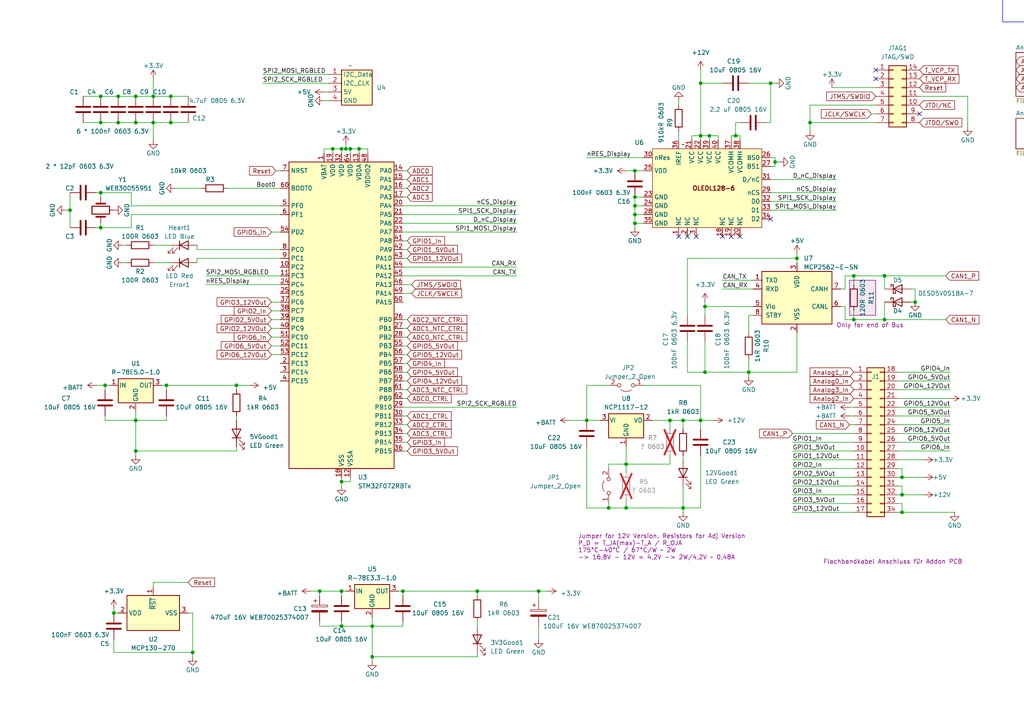
<source format=kicad_sch>
(kicad_sch (version 20230121) (generator eeschema)
  (paper "A4")
  (junction (at 44.45 35.56))
  (junction (at 184.15 64.77))
  (junction (at 231.14 74.93))
  (junction (at 256.54 80.01))
  (junction (at 92.71 171.45))
  (junction (at 49.53 35.56))
  (junction (at 116.84 171.45))
  (junction (at 29.21 55.88))
  (junction (at 39.37 35.56))
  (junction (at 29.21 35.56))
  (junction (at 101.6 43.18))
  (junction (at 30.48 111.76))
  (junction (at 39.37 130.81))
  (junction (at 99.06 181.61))
  (junction (at 107.95 190.5))
  (junction (at 203.2 39.37))
  (junction (at 39.37 121.92))
  (junction (at 20.32 60.96))
  (junction (at 223.52 24.13))
  (junction (at 247.65 80.01))
  (junction (at 204.47 88.9))
  (junction (at 204.47 107.95))
  (junction (at 33.02 177.8))
  (junction (at 217.17 107.95))
  (junction (at 44.45 27.94))
  (junction (at 194.31 121.92))
  (junction (at 34.29 35.56))
  (junction (at 205.74 39.37))
  (junction (at 234.95 35.56))
  (junction (at 176.53 147.32))
  (junction (at 170.18 121.92))
  (junction (at 213.36 39.37))
  (junction (at 99.06 171.45))
  (junction (at 203.2 121.92))
  (junction (at 29.21 66.04))
  (junction (at 265.43 87.63))
  (junction (at 104.14 43.18))
  (junction (at 256.54 92.71))
  (junction (at 55.88 189.23))
  (junction (at 48.26 111.76))
  (junction (at 96.52 43.18))
  (junction (at 184.15 59.69))
  (junction (at 261.62 148.59))
  (junction (at 203.2 24.13))
  (junction (at 100.33 43.18))
  (junction (at 261.62 138.43))
  (junction (at 181.61 134.62))
  (junction (at 224.79 46.99))
  (junction (at 156.21 171.45))
  (junction (at 107.95 181.61))
  (junction (at 184.15 62.23))
  (junction (at 34.29 27.94))
  (junction (at 184.15 57.15))
  (junction (at 261.62 143.51))
  (junction (at 29.21 27.94))
  (junction (at 198.12 121.92))
  (junction (at 49.53 27.94))
  (junction (at 39.37 27.94))
  (junction (at 68.58 111.76))
  (junction (at 198.12 147.32))
  (junction (at 247.65 92.71))
  (junction (at 181.61 147.32))
  (junction (at 99.06 139.7))
  (junction (at 184.15 49.53))
  (junction (at 99.06 43.18))
  (junction (at 138.43 171.45))
  (no_connect (at 223.52 63.5))
  (no_connect (at 209.55 68.58))
  (no_connect (at 196.85 68.58))
  (no_connect (at 266.7 33.02))
  (no_connect (at 212.09 68.58))
  (no_connect (at 201.93 68.58))
  (no_connect (at 214.63 68.58))
  (no_connect (at 199.39 68.58))
  (no_connect (at 254 20.32))
  (no_connect (at 254 22.86))
  (wire (pts (xy 92.71 171.45) (xy 99.06 171.45)))
  (wire (pts (xy 260.35 115.57) (xy 275.59 115.57)))
  (wire (pts (xy 184.15 59.69) (xy 184.15 62.23)))
  (wire (pts (xy 116.84 62.23) (xy 149.86 62.23)))
  (wire (pts (xy 170.18 111.76) (xy 170.18 121.92)))
  (wire (pts (xy 204.47 88.9) (xy 218.44 88.9)))
  (wire (pts (xy 156.21 173.99) (xy 156.21 171.45)))
  (wire (pts (xy 92.71 171.45) (xy 92.71 172.72)))
  (wire (pts (xy 241.3 25.4) (xy 254 25.4)))
  (wire (pts (xy 118.11 107.95) (xy 116.84 107.95)))
  (wire (pts (xy 118.11 97.79) (xy 116.84 97.79)))
  (wire (pts (xy 198.12 121.92) (xy 198.12 124.46)))
  (wire (pts (xy 39.37 130.81) (xy 68.58 130.81)))
  (wire (pts (xy 170.18 147.32) (xy 176.53 147.32)))
  (wire (pts (xy 95.25 29.21) (xy 93.98 29.21)))
  (wire (pts (xy 204.47 107.95) (xy 217.17 107.95)))
  (wire (pts (xy 30.48 111.76) (xy 31.75 111.76)))
  (wire (pts (xy 49.53 76.2) (xy 44.45 76.2)))
  (wire (pts (xy 116.84 171.45) (xy 115.57 171.45)))
  (wire (pts (xy 118.11 130.81) (xy 116.84 130.81)))
  (wire (pts (xy 34.29 27.94) (xy 39.37 27.94)))
  (wire (pts (xy 35.56 76.2) (xy 36.83 76.2)))
  (wire (pts (xy 44.45 71.12) (xy 49.53 71.12)))
  (wire (pts (xy 49.53 27.94) (xy 44.45 27.94)))
  (wire (pts (xy 29.21 35.56) (xy 34.29 35.56)))
  (wire (pts (xy 194.31 121.92) (xy 198.12 121.92)))
  (wire (pts (xy 261.62 146.05) (xy 261.62 148.59)))
  (wire (pts (xy 204.47 91.44) (xy 204.47 88.9)))
  (wire (pts (xy 213.36 35.56) (xy 214.63 35.56)))
  (wire (pts (xy 208.28 39.37) (xy 208.28 40.64)))
  (wire (pts (xy 229.87 133.35) (xy 247.65 133.35)))
  (wire (pts (xy 224.79 45.72) (xy 224.79 46.99)))
  (wire (pts (xy 247.65 118.11) (xy 246.38 118.11)))
  (wire (pts (xy 24.13 27.94) (xy 29.21 27.94)))
  (wire (pts (xy 260.35 135.89) (xy 261.62 135.89)))
  (wire (pts (xy 44.45 170.18) (xy 44.45 168.91)))
  (wire (pts (xy 156.21 185.42) (xy 156.21 181.61)))
  (wire (pts (xy 116.84 80.01) (xy 149.86 80.01)))
  (wire (pts (xy 57.15 71.12) (xy 57.15 72.39)))
  (wire (pts (xy 33.02 189.23) (xy 55.88 189.23)))
  (wire (pts (xy 231.14 74.93) (xy 231.14 76.2)))
  (wire (pts (xy 212.09 40.64) (xy 212.09 39.37)))
  (wire (pts (xy 198.12 147.32) (xy 203.2 147.32)))
  (wire (pts (xy 27.94 66.04) (xy 29.21 66.04)))
  (wire (pts (xy 275.59 130.81) (xy 260.35 130.81)))
  (wire (pts (xy 101.6 43.18) (xy 104.14 43.18)))
  (wire (pts (xy 78.74 87.63) (xy 81.28 87.63)))
  (wire (pts (xy 59.69 80.01) (xy 81.28 80.01)))
  (wire (pts (xy 200.66 39.37) (xy 203.2 39.37)))
  (wire (pts (xy 229.87 135.89) (xy 247.65 135.89)))
  (wire (pts (xy 209.55 83.82) (xy 218.44 83.82)))
  (wire (pts (xy 217.17 107.95) (xy 231.14 107.95)))
  (wire (pts (xy 261.62 138.43) (xy 260.35 138.43)))
  (wire (pts (xy 212.09 39.37) (xy 213.36 39.37)))
  (wire (pts (xy 170.18 129.54) (xy 170.18 147.32)))
  (wire (pts (xy 78.74 97.79) (xy 81.28 97.79)))
  (wire (pts (xy 48.26 111.76) (xy 48.26 113.03)))
  (wire (pts (xy 247.65 92.71) (xy 245.11 92.71)))
  (wire (pts (xy 33.02 177.8) (xy 34.29 177.8)))
  (wire (pts (xy 39.37 119.38) (xy 39.37 121.92)))
  (wire (pts (xy 78.74 67.31) (xy 81.28 67.31)))
  (wire (pts (xy 196.85 29.21) (xy 196.85 30.48)))
  (wire (pts (xy 264.16 87.63) (xy 265.43 87.63)))
  (wire (pts (xy 20.32 60.96) (xy 20.32 66.04)))
  (wire (pts (xy 184.15 62.23) (xy 184.15 64.77)))
  (wire (pts (xy 138.43 190.5) (xy 107.95 190.5)))
  (wire (pts (xy 186.69 64.77) (xy 184.15 64.77)))
  (wire (pts (xy 217.17 107.95) (xy 217.17 109.22)))
  (wire (pts (xy 104.14 43.18) (xy 104.14 44.45)))
  (wire (pts (xy 30.48 121.92) (xy 39.37 121.92)))
  (wire (pts (xy 247.65 80.01) (xy 247.65 82.55)))
  (wire (pts (xy 234.95 30.48) (xy 234.95 35.56)))
  (wire (pts (xy 245.11 88.9) (xy 243.84 88.9)))
  (wire (pts (xy 260.35 140.97) (xy 261.62 140.97)))
  (wire (pts (xy 54.61 27.94) (xy 49.53 27.94)))
  (wire (pts (xy 194.31 132.08) (xy 194.31 134.62)))
  (wire (pts (xy 207.01 121.92) (xy 203.2 121.92)))
  (wire (pts (xy 267.97 138.43) (xy 261.62 138.43)))
  (wire (pts (xy 29.21 27.94) (xy 34.29 27.94)))
  (wire (pts (xy 138.43 189.23) (xy 138.43 190.5)))
  (wire (pts (xy 116.84 59.69) (xy 149.86 59.69)))
  (wire (pts (xy 78.74 102.87) (xy 81.28 102.87)))
  (wire (pts (xy 39.37 121.92) (xy 48.26 121.92)))
  (wire (pts (xy 184.15 57.15) (xy 186.69 57.15)))
  (wire (pts (xy 199.39 107.95) (xy 204.47 107.95)))
  (wire (pts (xy 99.06 139.7) (xy 99.06 140.97)))
  (wire (pts (xy 46.99 111.76) (xy 48.26 111.76)))
  (wire (pts (xy 245.11 92.71) (xy 245.11 88.9)))
  (wire (pts (xy 118.11 72.39) (xy 116.84 72.39)))
  (wire (pts (xy 194.31 121.92) (xy 194.31 124.46)))
  (wire (pts (xy 184.15 62.23) (xy 186.69 62.23)))
  (wire (pts (xy 217.17 91.44) (xy 217.17 96.52)))
  (wire (pts (xy 186.69 111.76) (xy 203.2 111.76)))
  (wire (pts (xy 34.29 35.56) (xy 39.37 35.56)))
  (wire (pts (xy 275.59 113.03) (xy 260.35 113.03)))
  (wire (pts (xy 223.52 60.96) (xy 242.57 60.96)))
  (wire (pts (xy 199.39 99.06) (xy 199.39 107.95)))
  (wire (pts (xy 260.35 148.59) (xy 261.62 148.59)))
  (wire (pts (xy 138.43 171.45) (xy 116.84 171.45)))
  (wire (pts (xy 234.95 30.48) (xy 254 30.48)))
  (wire (pts (xy 196.85 38.1) (xy 196.85 40.64)))
  (wire (pts (xy 203.2 24.13) (xy 209.55 24.13)))
  (wire (pts (xy 203.2 24.13) (xy 203.2 39.37)))
  (wire (pts (xy 181.61 129.54) (xy 181.61 134.62)))
  (wire (pts (xy 68.58 111.76) (xy 48.26 111.76)))
  (wire (pts (xy 107.95 181.61) (xy 116.84 181.61)))
  (wire (pts (xy 261.62 140.97) (xy 261.62 143.51)))
  (wire (pts (xy 205.74 39.37) (xy 205.74 40.64)))
  (wire (pts (xy 33.02 176.53) (xy 33.02 177.8)))
  (wire (pts (xy 107.95 179.07) (xy 107.95 181.61)))
  (wire (pts (xy 198.12 148.59) (xy 198.12 147.32)))
  (wire (pts (xy 116.84 180.34) (xy 116.84 181.61)))
  (wire (pts (xy 223.52 58.42) (xy 242.57 58.42)))
  (wire (pts (xy 68.58 129.54) (xy 68.58 130.81)))
  (wire (pts (xy 252.73 33.02) (xy 254 33.02)))
  (wire (pts (xy 99.06 181.61) (xy 107.95 181.61)))
  (wire (pts (xy 203.2 39.37) (xy 203.2 40.64)))
  (wire (pts (xy 99.06 171.45) (xy 99.06 172.72)))
  (wire (pts (xy 260.35 120.65) (xy 275.59 120.65)))
  (wire (pts (xy 107.95 181.61) (xy 107.95 190.5)))
  (wire (pts (xy 156.21 171.45) (xy 158.75 171.45)))
  (wire (pts (xy 170.18 45.72) (xy 186.69 45.72)))
  (wire (pts (xy 107.95 190.5) (xy 107.95 191.77)))
  (wire (pts (xy 231.14 73.66) (xy 231.14 74.93)))
  (wire (pts (xy 99.06 43.18) (xy 100.33 43.18)))
  (wire (pts (xy 44.45 35.56) (xy 44.45 40.64)))
  (wire (pts (xy 213.36 39.37) (xy 214.63 39.37)))
  (wire (pts (xy 203.2 111.76) (xy 203.2 121.92)))
  (wire (pts (xy 68.58 120.65) (xy 68.58 121.92)))
  (wire (pts (xy 199.39 74.93) (xy 231.14 74.93)))
  (wire (pts (xy 101.6 138.43) (xy 101.6 139.7)))
  (wire (pts (xy 176.53 134.62) (xy 181.61 134.62)))
  (wire (pts (xy 54.61 35.56) (xy 49.53 35.56)))
  (wire (pts (xy 118.11 69.85) (xy 116.84 69.85)))
  (wire (pts (xy 92.71 180.34) (xy 92.71 181.61)))
  (wire (pts (xy 96.52 43.18) (xy 96.52 44.45)))
  (wire (pts (xy 265.43 83.82) (xy 265.43 87.63)))
  (wire (pts (xy 203.2 20.32) (xy 203.2 24.13)))
  (wire (pts (xy 260.35 110.49) (xy 275.59 110.49)))
  (wire (pts (xy 181.61 49.53) (xy 184.15 49.53)))
  (wire (pts (xy 247.65 80.01) (xy 256.54 80.01)))
  (wire (pts (xy 55.88 190.5) (xy 55.88 189.23)))
  (wire (pts (xy 90.17 171.45) (xy 92.71 171.45)))
  (wire (pts (xy 30.48 120.65) (xy 30.48 121.92)))
  (wire (pts (xy 247.65 92.71) (xy 256.54 92.71)))
  (wire (pts (xy 260.35 146.05) (xy 261.62 146.05)))
  (wire (pts (xy 118.11 100.33) (xy 116.84 100.33)))
  (wire (pts (xy 24.13 35.56) (xy 29.21 35.56)))
  (wire (pts (xy 229.87 130.81) (xy 247.65 130.81)))
  (wire (pts (xy 260.35 123.19) (xy 275.59 123.19)))
  (wire (pts (xy 245.11 80.01) (xy 245.11 83.82)))
  (wire (pts (xy 118.11 54.61) (xy 116.84 54.61)))
  (wire (pts (xy 99.06 138.43) (xy 99.06 139.7)))
  (wire (pts (xy 101.6 43.18) (xy 101.6 44.45)))
  (wire (pts (xy 200.66 40.64) (xy 200.66 39.37)))
  (wire (pts (xy 57.15 74.93) (xy 57.15 76.2)))
  (wire (pts (xy 48.26 120.65) (xy 48.26 121.92)))
  (wire (pts (xy 256.54 80.01) (xy 256.54 83.82)))
  (wire (pts (xy 229.87 128.27) (xy 247.65 128.27)))
  (wire (pts (xy 260.35 118.11) (xy 275.59 118.11)))
  (wire (pts (xy 93.98 26.67) (xy 95.25 26.67)))
  (wire (pts (xy 78.74 100.33) (xy 81.28 100.33)))
  (wire (pts (xy 38.1 66.04) (xy 29.21 66.04)))
  (wire (pts (xy 198.12 140.97) (xy 198.12 147.32)))
  (wire (pts (xy 49.53 35.56) (xy 44.45 35.56)))
  (wire (pts (xy 204.47 87.63) (xy 204.47 88.9)))
  (wire (pts (xy 33.02 185.42) (xy 33.02 189.23)))
  (wire (pts (xy 184.15 49.53) (xy 186.69 49.53)))
  (wire (pts (xy 30.48 111.76) (xy 30.48 113.03)))
  (wire (pts (xy 280.67 27.94) (xy 280.67 36.83)))
  (wire (pts (xy 213.36 35.56) (xy 213.36 39.37)))
  (wire (pts (xy 100.33 41.91) (xy 100.33 43.18)))
  (wire (pts (xy 93.98 44.45) (xy 93.98 43.18)))
  (wire (pts (xy 184.15 57.15) (xy 184.15 59.69)))
  (wire (pts (xy 116.84 172.72) (xy 116.84 171.45)))
  (wire (pts (xy 116.84 77.47) (xy 149.86 77.47)))
  (wire (pts (xy 38.1 55.88) (xy 29.21 55.88)))
  (wire (pts (xy 59.69 82.55) (xy 81.28 82.55)))
  (wire (pts (xy 223.52 45.72) (xy 224.79 45.72)))
  (wire (pts (xy 44.45 22.86) (xy 44.45 27.94)))
  (wire (pts (xy 247.65 80.01) (xy 245.11 80.01)))
  (wire (pts (xy 218.44 91.44) (xy 217.17 91.44)))
  (wire (pts (xy 118.11 74.93) (xy 116.84 74.93)))
  (wire (pts (xy 19.05 60.96) (xy 20.32 60.96)))
  (wire (pts (xy 223.52 52.07) (xy 242.57 52.07)))
  (wire (pts (xy 261.62 143.51) (xy 260.35 143.51)))
  (wire (pts (xy 76.2 21.59) (xy 95.25 21.59)))
  (wire (pts (xy 116.84 118.11) (xy 149.86 118.11)))
  (wire (pts (xy 39.37 27.94) (xy 44.45 27.94)))
  (wire (pts (xy 229.87 125.73) (xy 247.65 125.73)))
  (wire (pts (xy 223.52 35.56) (xy 222.25 35.56)))
  (wire (pts (xy 119.38 85.09) (xy 116.84 85.09)))
  (wire (pts (xy 116.84 64.77) (xy 149.86 64.77)))
  (wire (pts (xy 118.11 120.65) (xy 116.84 120.65)))
  (wire (pts (xy 99.06 43.18) (xy 99.06 44.45)))
  (wire (pts (xy 118.11 102.87) (xy 116.84 102.87)))
  (wire (pts (xy 38.1 59.69) (xy 38.1 55.88)))
  (wire (pts (xy 78.74 90.17) (xy 81.28 90.17)))
  (wire (pts (xy 118.11 125.73) (xy 116.84 125.73)))
  (wire (pts (xy 118.11 128.27) (xy 116.84 128.27)))
  (wire (pts (xy 76.2 24.13) (xy 95.25 24.13)))
  (wire (pts (xy 267.97 143.51) (xy 261.62 143.51)))
  (wire (pts (xy 138.43 171.45) (xy 156.21 171.45)))
  (wire (pts (xy 181.61 144.78) (xy 181.61 147.32)))
  (wire (pts (xy 118.11 92.71) (xy 116.84 92.71)))
  (wire (pts (xy 184.15 59.69) (xy 186.69 59.69)))
  (wire (pts (xy 118.11 123.19) (xy 116.84 123.19)))
  (wire (pts (xy 55.88 189.23) (xy 55.88 177.8)))
  (wire (pts (xy 39.37 35.56) (xy 44.45 35.56)))
  (wire (pts (xy 118.11 57.15) (xy 116.84 57.15)))
  (wire (pts (xy 99.06 180.34) (xy 99.06 181.61)))
  (wire (pts (xy 38.1 62.23) (xy 38.1 66.04)))
  (wire (pts (xy 165.1 121.92) (xy 170.18 121.92)))
  (wire (pts (xy 223.52 48.26) (xy 224.79 48.26)))
  (wire (pts (xy 229.87 148.59) (xy 247.65 148.59)))
  (wire (pts (xy 223.52 24.13) (xy 224.79 24.13)))
  (wire (pts (xy 39.37 121.92) (xy 39.37 130.81)))
  (wire (pts (xy 118.11 110.49) (xy 116.84 110.49)))
  (wire (pts (xy 118.11 105.41) (xy 116.84 105.41)))
  (wire (pts (xy 20.32 55.88) (xy 20.32 60.96)))
  (wire (pts (xy 57.15 72.39) (xy 81.28 72.39)))
  (wire (pts (xy 214.63 39.37) (xy 214.63 40.64)))
  (wire (pts (xy 247.65 120.65) (xy 246.38 120.65)))
  (wire (pts (xy 29.21 66.04) (xy 29.21 64.77)))
  (wire (pts (xy 36.83 71.12) (xy 35.56 71.12)))
  (wire (pts (xy 229.87 143.51) (xy 247.65 143.51)))
  (wire (pts (xy 50.8 54.61) (xy 58.42 54.61)))
  (wire (pts (xy 256.54 92.71) (xy 274.32 92.71)))
  (wire (pts (xy 217.17 24.13) (xy 223.52 24.13)))
  (wire (pts (xy 223.52 24.13) (xy 223.52 35.56)))
  (wire (pts (xy 246.38 123.19) (xy 247.65 123.19)))
  (wire (pts (xy 231.14 107.95) (xy 231.14 96.52)))
  (wire (pts (xy 68.58 113.03) (xy 68.58 111.76)))
  (wire (pts (xy 205.74 39.37) (xy 208.28 39.37)))
  (wire (pts (xy 68.58 111.76) (xy 72.39 111.76)))
  (wire (pts (xy 118.11 52.07) (xy 116.84 52.07)))
  (wire (pts (xy 217.17 104.14) (xy 217.17 107.95)))
  (wire (pts (xy 267.97 133.35) (xy 260.35 133.35)))
  (wire (pts (xy 276.86 148.59) (xy 261.62 148.59)))
  (wire (pts (xy 189.23 121.92) (xy 194.31 121.92)))
  (wire (pts (xy 224.79 46.99) (xy 224.79 48.26)))
  (wire (pts (xy 118.11 95.25) (xy 116.84 95.25)))
  (wire (pts (xy 234.95 35.56) (xy 234.95 38.1)))
  (wire (pts (xy 234.95 35.56) (xy 254 35.56)))
  (wire (pts (xy 96.52 43.18) (xy 99.06 43.18)))
  (wire (pts (xy 229.87 146.05) (xy 247.65 146.05)))
  (wire (pts (xy 176.53 111.76) (xy 170.18 111.76)))
  (wire (pts (xy 203.2 124.46) (xy 203.2 121.92)))
  (wire (pts (xy 204.47 99.06) (xy 204.47 107.95)))
  (wire (pts (xy 224.79 46.99) (xy 226.06 46.99)))
  (wire (pts (xy 266.7 27.94) (xy 280.67 27.94)))
  (wire (pts (xy 275.59 128.27) (xy 260.35 128.27)))
  (wire (pts (xy 247.65 90.17) (xy 247.65 92.71)))
  (wire (pts (xy 176.53 146.05) (xy 176.53 147.32)))
  (wire (pts (xy 275.59 107.95) (xy 260.35 107.95)))
  (wire (pts (xy 44.45 168.91) (xy 54.61 168.91)))
  (wire (pts (xy 198.12 132.08) (xy 198.12 133.35)))
  (wire (pts (xy 118.11 113.03) (xy 116.84 113.03)))
  (wire (pts (xy 170.18 121.92) (xy 173.99 121.92)))
  (wire (pts (xy 209.55 81.28) (xy 218.44 81.28)))
  (wire (pts (xy 138.43 180.34) (xy 138.43 181.61)))
  (wire (pts (xy 181.61 147.32) (xy 176.53 147.32)))
  (wire (pts (xy 27.94 55.88) (xy 29.21 55.88)))
  (wire (pts (xy 260.35 125.73) (xy 275.59 125.73)))
  (wire (pts (xy 256.54 80.01) (xy 274.32 80.01)))
  (wire (pts (xy 104.14 43.18) (xy 106.68 43.18)))
  (wire (pts (xy 81.28 54.61) (xy 66.04 54.61)))
  (wire (pts (xy 203.2 132.08) (xy 203.2 147.32)))
  (wire (pts (xy 176.53 135.89) (xy 176.53 134.62)))
  (wire (pts (xy 81.28 74.93) (xy 57.15 74.93)))
  (wire (pts (xy 38.1 59.69) (xy 81.28 59.69)))
  (wire (pts (xy 198.12 147.32) (xy 181.61 147.32)))
  (wire (pts (xy 38.1 62.23) (xy 81.28 62.23)))
  (wire (pts (xy 55.88 177.8) (xy 54.61 177.8)))
  (wire (pts (xy 264.16 83.82) (xy 265.43 83.82)))
  (wire (pts (xy 29.21 55.88) (xy 29.21 57.15)))
  (wire (pts (xy 80.01 49.53) (xy 81.28 49.53)))
  (wire (pts (xy 119.38 82.55) (xy 116.84 82.55)))
  (wire (pts (xy 100.33 43.18) (xy 101.6 43.18)))
  (wire (pts (xy 138.43 172.72) (xy 138.43 171.45)))
  (wire (pts (xy 39.37 130.81) (xy 39.37 132.08)))
  (wire (pts (xy 184.15 66.04) (xy 184.15 64.77)))
  (wire (pts (xy 256.54 87.63) (xy 256.54 92.71)))
  (wire (pts (xy 78.74 92.71) (xy 81.28 92.71)))
  (wire (pts (xy 99.06 171.45) (xy 100.33 171.45)))
  (wire (pts (xy 118.11 115.57) (xy 116.84 115.57)))
  (wire (pts (xy 198.12 121.92) (xy 203.2 121.92)))
  (wire (pts (xy 93.98 43.18) (xy 96.52 43.18)))
  (wire (pts (xy 118.11 49.53) (xy 116.84 49.53)))
  (wire (pts (xy 229.87 138.43) (xy 247.65 138.43)))
  (wire (pts (xy 261.62 135.89) (xy 261.62 138.43)))
  (wire (pts (xy 199.39 91.44) (xy 199.39 74.93)))
  (wire (pts (xy 229.87 140.97) (xy 247.65 140.97)))
  (wire (pts (xy 106.68 43.18) (xy 106.68 44.45)))
  (wire (pts (xy 78.74 95.25) (xy 81.28 95.25)))
  (wire (pts (xy 194.31 134.62) (xy 181.61 134.62)))
  (wire (pts (xy 181.61 134.62) (xy 181.61 137.16)))
  (wire (pts (xy 203.2 39.37) (xy 205.74 39.37)))
  (wire (pts (xy 223.52 55.88) (xy 242.57 55.88)))
  (wire (pts (xy 116.84 67.31) (xy 149.86 67.31)))
  (wire (pts (xy 27.94 111.76) (xy 30.48 111.76)))
  (wire (pts (xy 99.06 139.7) (xy 101.6 139.7)))
  (wire (pts (xy 92.71 181.61) (xy 99.06 181.61)))
  (wire (pts (xy 245.11 83.82) (xy 243.84 83.82)))
  (rectangle (start 246.38 81.28) (end 254 91.44) (stroke (width 0) (color 132 0 132 1)) (fill (type color) (color 132 0 132 0.1)))
  (text_box "TODO:\nMontagelöcher für 2tes PCB und Case\n\nklemmdioden CAN zu kleines package\n\nNTC CTRL in CUBEMX Project hinterlegen\n\nggf SMD Header für alle stecker die hinter display sind?\n\nKleinerer Quartz?" (at 290.83 -31.75 0) (size 33.02 38.1) (effects (font (size 1.27 1.27)) (justify left top)))
  (text "Only for end of Bus" (at 242.57 95.25 0) (effects (font (size 1.27 1.27)) (justify left bottom)))
  (text "Flachbandkabel Anschluss für Addon PCB" (at 238.76 163.83 0) (effects (font (size 1.27 1.27)) (justify left bottom)))
  (text "Jumper for 12V Version. Resistors for Adj Version\nP_D = T_JA(max)-T_A / R_OJA \n175°C-40°C / 67°C/W ~ 2W\n-> 16,8V - 12V = 4,2V -> 2W/4,2V ~ 0,48A" (at 167.64 162.56 0) (effects (font (size 1.27 1.27)) (justify left bottom)))
  (label "nCS_Display" (at 149.86 59.69 180))
  (label "GPIO2_5VOut" (at 229.87 138.43 0))
  (label "CAN_RX" (at 149.86 77.47 180))
  (label "CAN_RX" (at 209.55 83.82 0))
  (label "CAN_TX" (at 149.86 80.01 180))
  (label "SPI1_MOSI_Display" (at 149.86 67.31 180))
  (label "GPIO3_5VOut" (at 229.87 146.05 0))
  (label "GPIO4_12VOut" (at 275.59 113.03 180))
  (label "GPIO4_5VOut" (at 275.59 110.49 180))
  (label "GPIO5_5VOut" (at 275.59 120.65 180))
  (label "GPIO4_In" (at 275.59 107.95 180))
  (label "GPIO2_In" (at 229.87 135.89 0))
  (label "SPI2_MOSI_RGBLED" (at 76.2 21.59 0))
  (label "nCS_Display" (at 242.57 55.88 180))
  (label "GPIO3_12VOut" (at 229.87 148.59 0))
  (label "GPIO3_In" (at 229.87 143.51 0))
  (label "Boot0" (at 80.01 54.61 180))
  (label "D_nC_Display" (at 149.86 64.77 180))
  (label "CAN_TX" (at 209.55 81.28 0))
  (label "D_nC_Display" (at 242.57 52.07 180))
  (label "GPIO6_In" (at 275.59 130.81 180))
  (label "GPIO5_In" (at 275.59 123.19 180))
  (label "SPI2_MOSI_RGBLED" (at 59.69 80.01 0))
  (label "SPI1_SCK_Display" (at 149.86 62.23 180))
  (label "GPIO6_12VOut" (at 275.59 125.73 180))
  (label "GPIO2_12VOut" (at 229.87 140.97 0))
  (label "SPI1_SCK_Display" (at 242.57 58.42 180))
  (label "GPIO5_12VOut" (at 275.59 118.11 180))
  (label "nRES_Display" (at 170.18 45.72 0))
  (label "SPI1_MOSI_Display" (at 242.57 60.96 180))
  (label "nRES_Display" (at 59.69 82.55 0))
  (label "GPIO1_5VOut" (at 229.87 130.81 0))
  (label "SPI2_SCK_RGBLED" (at 76.2 24.13 0))
  (label "GPIO1_12VOut" (at 229.87 133.35 0))
  (label "SPI2_SCK_RGBLED" (at 149.86 118.11 180))
  (label "GPIO1_In" (at 229.87 128.27 0))
  (label "GPIO6_5VOut" (at 275.59 128.27 180))
  (global_label "ADC3_NTC_CTRL" (shape input) (at 118.11 113.03 0) (property "Intersheetrefs" "${INTERSHEET_REFS}" (effects hide)))
  (global_label "ADC1" (shape input) (at 118.11 52.07 0) (property "Intersheetrefs" "${INTERSHEET_REFS}" (effects hide)))
  (global_label "GPIO5_12VOut" (shape input) (at 118.11 102.87 0) (property "Intersheetrefs" "${INTERSHEET_REFS}" (effects hide)))
  (global_label "ADC3_CTRL" (shape input) (at 118.11 125.73 0) (property "Intersheetrefs" "${INTERSHEET_REFS}" (effects hide)))
  (global_label "GPIO1_12VOut" (shape input) (at 118.11 74.93 0) (property "Intersheetrefs" "${INTERSHEET_REFS}" (effects hide)))
  (global_label "GPIO2_12VOut" (shape input) (at 78.74 95.25 180) (property "Intersheetrefs" "${INTERSHEET_REFS}" (effects hide)))
  (global_label "ADC0_CTRL" (shape input) (at 294.64 17.78 0) (property "Intersheetrefs" "${INTERSHEET_REFS}" (effects hide)))
  (global_label "Analog0_In" (shape input) (at 322.58 17.78 180) (property "Intersheetrefs" "${INTERSHEET_REFS}" (effects hide)))
  (global_label "Reset" (shape input) (at 80.01 49.53 180) (property "Intersheetrefs" "${INTERSHEET_REFS}" (effects hide)))
  (global_label "Reset" (shape input) (at 266.7 25.4 0) (property "Intersheetrefs" "${INTERSHEET_REFS}" (effects hide)))
  (global_label "GPIO6_12VOut" (shape input) (at 78.74 102.87 180) (property "Intersheetrefs" "${INTERSHEET_REFS}" (effects hide)))
  (global_label "GPIO3_In" (shape input) (at 118.11 128.27 0) (property "Intersheetrefs" "${INTERSHEET_REFS}" (effects hide)))
  (global_label "ADC2" (shape input) (at 118.11 54.61 0) (property "Intersheetrefs" "${INTERSHEET_REFS}" (effects hide)))
  (global_label "GPIO1_In" (shape input) (at 118.11 69.85 0) (property "Intersheetrefs" "${INTERSHEET_REFS}" (effects hide)))
  (global_label "ADC2_CTRL" (shape input) (at 294.64 22.86 0) (property "Intersheetrefs" "${INTERSHEET_REFS}" (effects hide)))
  (global_label "ADC2_CTRL" (shape input) (at 118.11 123.19 0) (property "Intersheetrefs" "${INTERSHEET_REFS}" (effects hide)))
  (global_label "ADC0" (shape input) (at 118.11 49.53 0) (property "Intersheetrefs" "${INTERSHEET_REFS}" (effects hide)))
  (global_label "GPIO6_5VOut" (shape input) (at 78.74 100.33 180) (property "Intersheetrefs" "${INTERSHEET_REFS}" (effects hide)))
  (global_label "GPIO4_In" (shape input) (at 118.11 105.41 0) (property "Intersheetrefs" "${INTERSHEET_REFS}" (effects hide)))
  (global_label "ADC1_NTC_CTRL" (shape input) (at 118.11 95.25 0) (property "Intersheetrefs" "${INTERSHEET_REFS}" (effects hide)))
  (global_label "JTDO{slash}SWO" (shape input) (at 266.7 35.56 0) (property "Intersheetrefs" "${INTERSHEET_REFS}" (effects hide)))
  (global_label "CAN1_P" (shape input) (at 274.32 80.01 0) (property "Intersheetrefs" "${INTERSHEET_REFS}" (effects hide)))
  (global_label "JCLK{slash}SWCLK" (shape input) (at 252.73 33.02 180) (property "Intersheetrefs" "${INTERSHEET_REFS}" (effects hide)))
  (global_label "Reset" (shape input) (at 54.61 168.91 0) (property "Intersheetrefs" "${INTERSHEET_REFS}" (effects hide)))
  (global_label "CAN1_N" (shape input) (at 274.32 92.71 0) (property "Intersheetrefs" "${INTERSHEET_REFS}" (effects hide)))
  (global_label "Analog1_In" (shape input) (at 247.65 107.95 180) (property "Intersheetrefs" "${INTERSHEET_REFS}" (effects hide)))
  (global_label "T_VCP_TX" (shape input) (at 266.7 20.32 0) (property "Intersheetrefs" "${INTERSHEET_REFS}" (effects hide)))
  (global_label "GPIO2_In" (shape input) (at 78.74 90.17 180) (property "Intersheetrefs" "${INTERSHEET_REFS}" (effects hide)))
  (global_label "CAN1_P" (shape input) (at 229.87 125.73 180) (property "Intersheetrefs" "${INTERSHEET_REFS}" (effects hide)))
  (global_label "ADC3" (shape input) (at 118.11 57.15 0) (property "Intersheetrefs" "${INTERSHEET_REFS}" (effects hide)))
  (global_label "ADC1_CTRL" (shape input) (at 294.64 20.32 0) (property "Intersheetrefs" "${INTERSHEET_REFS}" (effects hide)))
  (global_label "T_VCP_RX" (shape input) (at 266.7 22.86 0) (property "Intersheetrefs" "${INTERSHEET_REFS}" (effects hide)))
  (global_label "Analog1_In" (shape input) (at 322.58 20.32 180) (property "Intersheetrefs" "${INTERSHEET_REFS}" (effects hide)))
  (global_label "JTMS{slash}SWDIO" (shape input) (at 119.38 82.55 0) (property "Intersheetrefs" "${INTERSHEET_REFS}" (effects hide)))
  (global_label "Analog2_In" (shape input) (at 322.58 22.86 180) (property "Intersheetrefs" "${INTERSHEET_REFS}" (effects hide)))
  (global_label "ADC2_NTC_CTRL" (shape input) (at 118.11 92.71 0) (property "Intersheetrefs" "${INTERSHEET_REFS}" (effects hide)))
  (global_label "GPIO3_12VOut" (shape input) (at 78.74 87.63 180) (property "Intersheetrefs" "${INTERSHEET_REFS}" (effects hide)))
  (global_label "Analog3_In" (shape input) (at 247.65 113.03 180) (property "Intersheetrefs" "${INTERSHEET_REFS}" (effects hide)))
  (global_label "ADC3_CTRL" (shape input) (at 294.64 25.4 0) (property "Intersheetrefs" "${INTERSHEET_REFS}" (effects hide)))
  (global_label "ADC0_CTRL" (shape input) (at 118.11 115.57 0) (property "Intersheetrefs" "${INTERSHEET_REFS}" (effects hide)))
  (global_label "JTMS{slash}SWDIO" (shape input) (at 254 27.94 180) (property "Intersheetrefs" "${INTERSHEET_REFS}" (effects hide)))
  (global_label "Analog0_In" (shape input) (at 247.65 110.49 180) (property "Intersheetrefs" "${INTERSHEET_REFS}" (effects hide)))
  (global_label "CAN1_N" (shape input) (at 246.38 123.19 180) (property "Intersheetrefs" "${INTERSHEET_REFS}" (effects hide)))
  (global_label "ADC1_CTRL" (shape input) (at 118.11 120.65 0) (property "Intersheetrefs" "${INTERSHEET_REFS}" (effects hide)))
  (global_label "GPIO5_In" (shape input) (at 78.74 67.31 180) (property "Intersheetrefs" "${INTERSHEET_REFS}" (effects hide)))
  (global_label "GPIO4_5VOut" (shape input) (at 118.11 107.95 0) (property "Intersheetrefs" "${INTERSHEET_REFS}" (effects hide)))
  (global_label "Analog3_In" (shape input) (at 322.58 25.4 180) (property "Intersheetrefs" "${INTERSHEET_REFS}" (effects hide)))
  (global_label "GPIO1_5VOut" (shape input) (at 118.11 72.39 0) (property "Intersheetrefs" "${INTERSHEET_REFS}" (effects hide)))
  (global_label "GPIO6_In" (shape input) (at 78.74 97.79 180) (property "Intersheetrefs" "${INTERSHEET_REFS}" (effects hide)))
  (global_label "Analog2_In" (shape input) (at 247.65 115.57 180) (property "Intersheetrefs" "${INTERSHEET_REFS}" (effects hide)))
  (global_label "GPIO5_5VOut" (shape input) (at 118.11 100.33 0) (property "Intersheetrefs" "${INTERSHEET_REFS}" (effects hide)))
  (global_label "JTDI{slash}NC" (shape input) (at 266.7 30.48 0) (property "Intersheetrefs" "${INTERSHEET_REFS}" (effects hide)))
  (global_label "ADC0_NTC_CTRL" (shape input) (at 118.11 97.79 0) (property "Intersheetrefs" "${INTERSHEET_REFS}" (effects hide)))
  (global_label "GPIO4_12VOut" (shape input) (at 118.11 110.49 0) (property "Intersheetrefs" "${INTERSHEET_REFS}" (effects hide)))
  (global_label "GPIO3_5VOut" (shape input) (at 118.11 130.81 0) (property "Intersheetrefs" "${INTERSHEET_REFS}" (effects hide)))
  (global_label "JCLK{slash}SWCLK" (shape input) (at 119.38 85.09 0) (property "Intersheetrefs" "${INTERSHEET_REFS}" (effects hide)))
  (global_label "GPIO2_5VOut" (shape input) (at 78.74 92.71 180) (property "Intersheetrefs" "${INTERSHEET_REFS}" (effects hide)))
  (symbol (lib_id "Connector_Generic:Conn_02x17_Top_Bottom") (at 252.73 128.27 0) (unit 1)
    (property "Reference" "J1" (at 254 109.22 0))
    (property "Value" "WE 62702621621" (effects hide))
    (property "Footprint" "Connector_PinHeader_1.27mm:PinHeader_2x17_P1.27mm_Vertical" (effects hide))
  )
  (symbol (lib_id "power:GND") (at 226.06 46.99 90) (mirror x) (unit 1)
    (property "Reference" "#PWR029" (effects hide))
    (property "Value" "GND" (at 229.87 46.99 0))
  )
  (symbol (lib_id "power:+3.3V") (at 241.3 25.4 0) (unit 1)
    (property "Reference" "#PWR023" (effects hide))
    (property "Value" "+3.3V" (at 241.3 21.59 0))
  )
  (symbol (lib_id "power:GND") (at 234.95 38.1 0) (unit 1)
    (property "Reference" "#PWR035" (effects hide))
    (property "Value" "GND" (at 234.95 41.91 0))
  )
  (symbol (lib_id "Device:R") (at 217.17 100.33 0) (mirror x) (unit 1)
    (property "Reference" "R10" (at 222.25 100.33 90))
    (property "Value" "1kR 0603" (at 219.71 100.33 90))
    (property "Footprint" "Resistor_SMD:R_0603_1608Metric_Pad0.98x0.95mm_HandSolder" (effects hide))
  )
  (symbol (lib_id "power:+3.3V") (at 33.02 176.53 0) (unit 1)
    (property "Reference" "#PWR03" (effects hide))
    (property "Value" "+3.3V" (at 33.02 171.45 0))
  )
  (symbol (lib_id "power:GND") (at 198.12 148.59 0) (unit 1)
    (property "Reference" "#PWR043" (effects hide))
    (property "Value" "GND" (at 198.12 152.4 0))
  )
  (symbol (lib_id "Interface_CAN_LIN:MCP2562-E-SN") (at 231.14 86.36 0) (unit 1)
    (property "Reference" "U7" (at 233.0959 74.93 0) (effects (justify left)))
    (property "Value" "MCP2562-E-SN" (at 233.0959 77.47 0) (effects (justify left)))
    (property "Footprint" "Package_SO:SOIC-8_3.9x4.9mm_P1.27mm" (effects hide))
    (property "Datasheet" "http://ww1.microchip.com/downloads/en/DeviceDoc/25167A.pdf" (effects hide))
  )
  (symbol (lib_id "Regulator_Linear:NCP1117-12_TO252") (at 181.61 121.92 0) (unit 1)
    (property "Reference" "U8" (at 181.61 115.57 0))
    (property "Value" "NCP1117-12" (at 181.61 118.11 0))
    (property "Footprint" "Package_TO_SOT_SMD:TO-252-2" (effects hide))
    (property "Datasheet" "http://www.onsemi.com/pub_link/Collateral/NCP1117-D.PDF" (effects hide))
  )
  (symbol (lib_id "power:+12V") (at 207.01 121.92 270) (unit 1)
    (property "Reference" "#PWR042" (effects hide))
    (property "Value" "+12V" (at 210.82 121.92 90) (effects (justify left)))
  )
  (symbol (lib_id "power:GND") (at 217.17 109.22 0) (unit 1)
    (property "Reference" "#PWR027" (effects hide))
    (property "Value" "GND" (at 217.17 113.03 0))
  )
  (symbol (lib_id "Device:R") (at 198.12 128.27 180) (unit 1)
    (property "Reference" "R8" (at 198.12 116.84 0))
    (property "Value" "1kR 0603" (at 198.12 119.38 0))
    (property "Footprint" "Resistor_SMD:R_0603_1608Metric_Pad0.98x0.95mm_HandSolder" (effects hide))
  )
  (symbol (lib_id "power:GND") (at 265.43 87.63 0) (unit 1)
    (property "Reference" "#PWR021" (effects hide))
    (property "Value" "GND" (at 265.43 91.44 0))
  )
  (symbol (lib_id "power:+3.3V") (at 44.45 22.86 0) (mirror y) (unit 1)
    (property "Reference" "#PWR06" (effects hide))
    (property "Value" "+3.3V" (at 44.45 19.05 0))
  )
  (symbol (lib_id "power:GND") (at 44.45 40.64 0) (mirror y) (unit 1)
    (property "Reference" "#PWR07" (effects hide))
    (property "Value" "GND" (at 44.45 44.45 0))
  )
  (symbol (lib_id "Device:C") (at 44.45 31.75 0) (mirror y) (unit 1)
    (property "Reference" "C9" (at 43.18 26.67 0) (effects (justify left)))
    (property "Value" "6 * 100nF 0603 6.3V" (at 43.18 38.1 0) (effects (justify left)))
    (property "Footprint" "Capacitor_SMD:C_0603_1608Metric_Pad1.08x0.95mm_HandSolder" (effects hide))
  )
  (symbol (lib_id "Device:R") (at 40.64 76.2 90) (unit 1)
    (property "Reference" "R2" (at 40.64 78.74 90))
    (property "Value" "100R 0603" (at 40.64 81.28 90))
    (property "Footprint" "Resistor_SMD:R_0603_1608Metric_Pad0.98x0.95mm_HandSolder" (effects hide))
  )
  (symbol (lib_id "Device:R") (at 138.43 176.53 180) (unit 1)
    (property "Reference" "R6" (at 146.05 175.26 0))
    (property "Value" "1kR 0603" (at 146.05 177.8 0))
    (property "Footprint" "Resistor_SMD:R_0603_1608Metric_Pad0.98x0.95mm_HandSolder" (effects hide))
  )
  (symbol (lib_id "Device:R") (at 194.31 128.27 180) (unit 1) (dnp yes)
    (property "Reference" "R7" (at 189.23 127 0))
    (property "Value" "? 0603" (at 189.23 129.54 0))
    (property "Footprint" "Resistor_SMD:R_0603_1608Metric_Pad0.98x0.95mm_HandSolder" (effects hide))
  )
  (symbol (lib_id "Regulator_Switching:R-78E3.3-1.0") (at 107.95 171.45 0) (unit 1)
    (property "Reference" "U5" (at 107.95 165.1 0))
    (property "Value" "R-78E3.3-1.0" (at 107.95 167.64 0))
    (property "Footprint" "Converter_DCDC:Converter_DCDC_RECOM_R-78E-0.5_THT" (effects hide))
    (property "Datasheet" "https://www.recom-power.com/pdf/Innoline/R-78Exx-1.0.pdf" (effects hide))
  )
  (symbol (lib_id "Device:LED") (at 53.34 76.2 0) (unit 1)
    (property "Reference" "Error1" (at 52.07 82.55 0))
    (property "Value" "LED Red" (at 52.07 80.01 0))
    (property "Footprint" "LED_SMD:LED_0805_2012Metric_Pad1.15x1.40mm_HandSolder" (effects hide))
  )
  (symbol (lib_id "Device:C") (at 24.13 66.04 90) (unit 1)
    (property "Reference" "C3" (at 21.59 68.58 90) (effects (justify left)))
    (property "Value" "2 * 12pF 0603 6.3V" (at 33.02 48.26 90) (effects (justify left)))
    (property "Footprint" "Capacitor_SMD:C_0603_1608Metric_Pad1.08x0.95mm_HandSolder" (effects hide))
  )
  (symbol (lib_id "Device:C") (at 203.2 128.27 0) (unit 1)
    (property "Reference" "C23" (at 209.55 128.27 0) (effects (justify left)))
    (property "Value" "10uF 0805 16V" (at 204.47 130.81 0) (effects (justify left)))
    (property "Footprint" "Capacitor_SMD:C_0805_2012Metric_Pad1.18x1.45mm_HandSolder" (effects hide))
  )
  (symbol (lib_id "power:GND") (at 107.95 191.77 0) (unit 1)
    (property "Reference" "#PWR017" (effects hide))
    (property "Value" "GND" (at 107.95 195.58 0))
  )
  (symbol (lib_id "Device:C") (at 48.26 116.84 0) (mirror y) (unit 1)
    (property "Reference" "C11" (at 60.96 115.57 0) (effects (justify left)))
    (property "Value" "10uF 0805 16V" (at 66.04 118.11 0) (effects (justify left)))
    (property "Footprint" "Capacitor_SMD:C_0805_2012Metric_Pad1.18x1.45mm_HandSolder" (effects hide))
  )
  (symbol (lib_id "power:GND") (at 184.15 66.04 0) (mirror y) (unit 1)
    (property "Reference" "#PWR020" (effects hide))
    (property "Value" "GND" (at 184.15 69.85 0))
  )
  (symbol (lib_id "Device:R") (at 247.65 86.36 0) (mirror x) (unit 1)
    (property "Reference" "R11" (at 252.73 86.36 90))
    (property "Value" "120R 0603" (at 250.19 86.36 90))
    (property "Footprint" "Resistor_SMD:R_0603_1608Metric_Pad0.98x0.95mm_HandSolder" (effects hide))
  )
  (symbol (lib_id "power:GND") (at 224.79 24.13 90) (mirror x) (unit 1)
    (property "Reference" "#PWR028" (effects hide))
    (property "Value" "GND" (at 228.6 24.13 0))
  )
  (symbol (lib_id "power:+5V") (at 267.97 138.43 270) (unit 1)
    (property "Reference" "#PWR045" (effects hide))
    (property "Value" "+5V" (at 270.51 138.43 90) (effects (justify left)))
  )
  (symbol (lib_id "Device:C") (at 170.18 125.73 0) (unit 1)
    (property "Reference" "C22" (at 158.75 127 0) (effects (justify left)))
    (property "Value" "10uF 0805 16V" (at 153.67 129.54 0) (effects (justify left)))
    (property "Footprint" "Capacitor_SMD:C_0805_2012Metric_Pad1.18x1.45mm_HandSolder" (effects hide))
  )
  (symbol (lib_id "Lukas:EA_OLEDL128-6LGA") (at 198.12 41.91 0) (unit 1)
    (property "Reference" "U6" (at 185.42 41.3319 0))
    (property "Value" "~" (at 198.12 41.91 0))
    (property "Footprint" "Lukas:EA OLEDL128-6" (effects hide))
  )
  (symbol (lib_id "power:+3.3V") (at 181.61 49.53 90) (unit 1)
    (property "Reference" "#PWR019" (effects hide))
    (property "Value" "+3.3V" (at 177.8 49.53 90) (effects (justify left)))
  )
  (symbol (lib_id "Device:D_Schottky") (at 260.35 87.63 0) (unit 1)
    (property "Reference" "D4" (at 260.35 90.17 0))
    (property "Value" "DESD5V0S1BA-7" (effects hide))
    (property "Footprint" "Diode_SMD:D_SOD-323" (effects hide))
  )
  (symbol (lib_id "Device:LED") (at 68.58 125.73 90) (unit 1)
    (property "Reference" "5VGood1" (at 72.39 126.6825 90) (effects (justify right)))
    (property "Value" "LED Green" (at 72.39 129.2225 90) (effects (justify right)))
    (property "Footprint" "LED_SMD:LED_0805_2012Metric_Pad1.15x1.40mm_HandSolder" (effects hide))
  )
  (symbol (lib_id "power:GND") (at 196.85 29.21 0) (mirror x) (unit 1)
    (property "Reference" "#PWR022" (effects hide))
    (property "Value" "GND" (at 196.85 25.4 0))
  )
  (symbol (lib_id "power:+12V") (at 203.2 20.32 0) (unit 1)
    (property "Reference" "#PWR044" (effects hide))
    (property "Value" "+12V" (at 203.2 15.24 0))
  )
  (symbol (lib_id "power:+3.3V") (at 158.75 171.45 270) (unit 1)
    (property "Reference" "#PWR018" (effects hide))
    (property "Value" "+3.3V" (at 162.56 172.085 90) (effects (justify left)))
  )
  (symbol (lib_id "power:GND") (at 50.8 54.61 270) (unit 1)
    (property "Reference" "#PWR09" (effects hide))
    (property "Value" "GND" (at 46.99 54.61 0))
  )
  (symbol (lib_id "Device:LED") (at 198.12 137.16 90) (unit 1)
    (property "Reference" "12VGood1" (at 204.47 137.16 90) (effects (justify right)))
    (property "Value" "LED Green" (at 204.47 139.7 90) (effects (justify right)))
    (property "Footprint" "LED_SMD:LED_0805_2012Metric_Pad1.15x1.40mm_HandSolder" (effects hide))
  )
  (symbol (lib_id "power:+12V") (at 267.97 143.51 270) (unit 1)
    (property "Reference" "#PWR050" (effects hide))
    (property "Value" "+12V" (at 270.51 143.51 90) (effects (justify left)))
  )
  (symbol (lib_id "power:GND") (at 19.05 60.96 270) (unit 1)
    (property "Reference" "#PWR01" (effects hide))
    (property "Value" "GND" (at 15.24 60.96 0))
  )
  (symbol (lib_id "power:GND") (at 35.56 71.12 270) (unit 1)
    (property "Reference" "#PWR04" (effects hide))
    (property "Value" "GND" (at 31.75 71.12 0))
  )
  (symbol (lib_id "power:+BATT") (at 246.38 120.65 90) (unit 1)
    (property "Reference" "#PWR031" (effects hide))
    (property "Value" "+BATT" (at 242.57 120.65 90) (effects (justify left)))
  )
  (symbol (lib_id "power:+3.3V") (at 267.97 133.35 270) (unit 1)
    (property "Reference" "#PWR025" (effects hide))
    (property "Value" "+3.3V" (at 270.51 133.35 90) (effects (justify left)))
  )
  (symbol (lib_id "power:+BATT") (at 27.94 111.76 90) (unit 1)
    (property "Reference" "#PWR02" (effects hide))
    (property "Value" "+BATT" (at 24.13 112.395 90) (effects (justify left)))
  )
  (symbol (lib_id "Device:LED") (at 53.34 71.12 0) (unit 1)
    (property "Reference" "Heart1" (at 52.07 66.04 0))
    (property "Value" "LED Blue" (at 52.07 68.58 0))
    (property "Footprint" "LED_SMD:LED_0805_2012Metric_Pad1.15x1.40mm_HandSolder" (effects hide))
  )
  (symbol (lib_id "Jumper:Jumper_2_Open") (at 176.53 140.97 90) (unit 1)
    (property "Reference" "JP1" (at 158.75 138.43 90) (effects (justify right)))
    (property "Value" "Jumper_2_Open" (at 153.67 140.97 90) (effects (justify right)))
    (property "Footprint" "Jumper:SolderJumper-2_P1.3mm_Open_RoundedPad1.0x1.5mm" (effects hide))
  )
  (symbol (lib_id "MCU_ST_STM32F0:STM32F072RBTx") (at 99.06 92.71 0) (unit 1)
    (property "Reference" "U3" (at 103.7941 138.43 0) (effects (justify left)))
    (property "Value" "STM32F072RBTx" (at 103.7941 140.97 0) (effects (justify left)))
    (property "Footprint" "Package_QFP:LQFP-64_10x10mm_P0.5mm" (effects hide))
    (property "Datasheet" "https://www.st.com/resource/en/datasheet/stm32f072rb.pdf" (effects hide))
  )
  (symbol (lib_id "Power_Supervisor:MCP130-xxxxTT") (at 44.45 177.8 90) (unit 1)
    (property "Reference" "U2" (at 44.45 185.42 90))
    (property "Value" "MCP130-270" (at 44.45 187.96 90))
    (property "Footprint" "Package_TO_SOT_SMD:SOT-23" (effects hide))
    (property "Datasheet" "http://ww1.microchip.com/downloads/en/DeviceDoc/11184d.pdf" (effects hide))
  )
  (symbol (lib_id "Device:C") (at 24.13 55.88 90) (unit 1)
    (property "Reference" "C2" (at 21.59 54.61 90) (effects (justify left)))
    (property "Value" "12pF 0603 6.3V" (effects hide))
    (property "Footprint" "Capacitor_SMD:C_0603_1608Metric_Pad1.08x0.95mm_HandSolder" (effects hide))
  )
  (symbol (lib_id "Device:R") (at 68.58 116.84 180) (unit 1)
    (property "Reference" "R4" (at 76.2 115.57 0))
    (property "Value" "1kR 0603" (at 76.2 118.11 0))
    (property "Footprint" "Resistor_SMD:R_0603_1608Metric_Pad0.98x0.95mm_HandSolder" (effects hide))
  )
  (symbol (lib_id "Device:C") (at 30.48 116.84 0) (unit 1)
    (property "Reference" "C7" (at 17.78 115.57 0) (effects (justify left)))
    (property "Value" "10uF 0805 16V" (at 12.7 118.11 0) (effects (justify left)))
    (property "Footprint" "Capacitor_SMD:C_0805_2012Metric_Pad1.18x1.45mm_HandSolder" (effects hide))
  )
  (symbol (lib_id "power:GND") (at 33.02 60.96 90) (unit 1)
    (property "Reference" "#PWR048" (effects hide))
    (property "Value" "GND" (at 36.83 60.96 0))
  )
  (symbol (lib_id "Device:C") (at 34.29 31.75 0) (mirror y) (unit 1)
    (property "Reference" "C6" (at 33.02 26.67 0) (effects (justify left)))
    (property "Value" "100nF 0603 6.3V" (effects hide))
    (property "Footprint" "Capacitor_SMD:C_0603_1608Metric_Pad1.08x0.95mm_HandSolder" (effects hide))
  )
  (symbol (lib_id "Device:C") (at 24.13 31.75 0) (mirror y) (unit 1)
    (property "Reference" "C1" (at 22.86 26.67 0) (effects (justify left)))
    (property "Value" "100nF 0603 6.3V" (effects hide))
    (property "Footprint" "Capacitor_SMD:C_0603_1608Metric_Pad1.08x0.95mm_HandSolder" (effects hide))
  )
  (symbol (lib_id "power:+5V") (at 231.14 73.66 0) (unit 1)
    (property "Reference" "#PWR030" (effects hide))
    (property "Value" "+5V" (at 231.14 69.85 0))
  )
  (symbol (lib_id "Device:R") (at 181.61 140.97 180) (unit 1) (dnp yes)
    (property "Reference" "R5" (at 186.69 139.7 0))
    (property "Value" "? 0603" (at 186.69 142.24 0))
    (property "Footprint" "Resistor_SMD:R_0603_1608Metric_Pad0.98x0.95mm_HandSolder" (effects hide))
  )
  (symbol (lib_id "power:+5V") (at 93.98 26.67 90) (unit 1)
    (property "Reference" "#PWR013" (effects hide))
    (property "Value" "+5V" (at 90.17 26.67 90) (effects (justify left)))
  )
  (symbol (lib_id "Device:R") (at 62.23 54.61 270) (unit 1)
    (property "Reference" "R3" (at 60.96 52.07 90))
    (property "Value" "10kR 0603" (at 54.61 49.53 90))
    (property "Footprint" "Resistor_SMD:R_0603_1608Metric_Pad0.98x0.95mm_HandSolder" (effects hide))
  )
  (symbol (lib_id "power:+3.3V") (at 275.59 115.57 270) (unit 1)
    (property "Reference" "#PWR051" (effects hide))
    (property "Value" "+3.3V" (at 284.48 115.57 90) (effects (justify right)))
  )
  (symbol (lib_id "Device:C") (at 184.15 53.34 180) (unit 1)
    (property "Reference" "C16" (at 182.88 58.42 0) (effects (justify left)))
    (property "Value" "100nF 0603 6.3V" (at 182.88 55.88 0) (effects (justify left)))
    (property "Footprint" "Capacitor_SMD:C_0603_1608Metric_Pad1.08x0.95mm_HandSolder" (effects hide))
  )
  (symbol (lib_id "Device:C") (at 213.36 24.13 270) (unit 1)
    (property "Reference" "C19" (at 210.82 17.78 90) (effects (justify left)))
    (property "Value" "10uF 0805 16V" (at 205.74 20.32 90) (effects (justify left)))
    (property "Footprint" "Capacitor_SMD:C_0805_2012Metric_Pad1.18x1.45mm_HandSolder" (effects hide))
  )
  (symbol (lib_id "Regulator_Switching:R-78E5.0-1.0") (at 39.37 111.76 0) (unit 1)
    (property "Reference" "U1" (at 39.37 105.41 0))
    (property "Value" "R-78E5.0-1.0" (at 39.37 107.95 0))
    (property "Footprint" "Converter_DCDC:Converter_DCDC_RECOM_R-78E-0.5_THT" (effects hide))
    (property "Datasheet" "https://www.recom-power.com/pdf/Innoline/R-78Exx-1.0.pdf" (effects hide))
  )
  (symbol (lib_id "Device:C") (at 99.06 176.53 0) (unit 1)
    (property "Reference" "C14" (at 96.52 182.88 0) (effects (justify left)))
    (property "Value" "10uF 0805 16V" (at 91.44 185.42 0) (effects (justify left)))
    (property "Footprint" "Capacitor_SMD:C_0805_2012Metric_Pad1.18x1.45mm_HandSolder" (effects hide))
  )
  (symbol (lib_id "Device:R") (at 196.85 34.29 0) (unit 1)
    (property "Reference" "R9" (at 194.31 35.56 90))
    (property "Value" "910kR 0603" (at 191.77 35.56 90))
    (property "Footprint" "Resistor_SMD:R_0603_1608Metric_Pad0.98x0.95mm_HandSolder" (effects hide))
  )
  (symbol (lib_id "Device:C") (at 116.84 176.53 0) (mirror y) (unit 1)
    (property "Reference" "C15" (at 129.54 175.26 0) (effects (justify left)))
    (property "Value" "10uF 0805 16V" (at 134.62 177.8 0) (effects (justify left)))
    (property "Footprint" "Capacitor_SMD:C_0805_2012Metric_Pad1.18x1.45mm_HandSolder" (effects hide))
  )
  (symbol (lib_id "power:+BATT") (at 165.1 121.92 90) (unit 1)
    (property "Reference" "#PWR041" (effects hide))
    (property "Value" "+BATT" (at 161.29 122.555 90) (effects (justify left)))
  )
  (symbol (lib_id "Device:C") (at 49.53 31.75 0) (mirror y) (unit 1)
    (property "Reference" "C10" (at 48.26 26.67 0) (effects (justify left)))
    (property "Value" "100nF 0603 6.3V" (effects hide))
    (property "Footprint" "Capacitor_SMD:C_0603_1608Metric_Pad1.08x0.95mm_HandSolder" (effects hide))
  )
  (symbol (lib_id "power:GND") (at 93.98 29.21 270) (unit 1)
    (property "Reference" "#PWR014" (effects hide))
    (property "Value" "GND" (at 90.17 29.21 0))
  )
  (symbol (lib_id "Device:R") (at 40.64 71.12 270) (unit 1)
    (property "Reference" "R1" (at 40.64 66.04 90))
    (property "Value" "100R 0603" (at 40.64 68.58 90))
    (property "Footprint" "Resistor_SMD:R_0603_1608Metric_Pad0.98x0.95mm_HandSolder" (effects hide))
  )
  (symbol (lib_id "power:+BATT") (at 246.38 118.11 90) (unit 1)
    (property "Reference" "#PWR036" (effects hide))
    (property "Value" "+BATT" (at 242.57 118.11 90) (effects (justify left)))
  )
  (symbol (lib_id "power:+BATT") (at 90.17 171.45 90) (unit 1)
    (property "Reference" "#PWR012" (effects hide))
    (property "Value" "+BATT" (at 86.36 172.085 90) (effects (justify left)))
  )
  (symbol (lib_id "Connector_Generic:Conn_02x07_Counter_Clockwise") (at 259.08 27.94 0) (unit 1)
    (property "Reference" "JTAG1" (at 260.35 13.97 0))
    (property "Value" "JTAG/SWD" (at 260.35 16.51 0))
    (property "Footprint" "Connector_PinHeader_1.27mm:PinHeader_2x07_P1.27mm_Vertical" (effects hide))
  )
  (symbol (lib_id "Device:C") (at 29.21 31.75 0) (mirror y) (unit 1)
    (property "Reference" "C4" (at 27.94 26.67 0) (effects (justify left)))
    (property "Value" "100nF 0603 6.3V" (effects hide))
    (property "Footprint" "Capacitor_SMD:C_0603_1608Metric_Pad1.08x0.95mm_HandSolder" (effects hide))
  )
  (symbol (lib_id "power:+3.3V") (at 100.33 41.91 0) (mirror y) (unit 1)
    (property "Reference" "#PWR016" (effects hide))
    (property "Value" "+3.3V" (at 100.33 38.1 0))
  )
  (symbol (lib_id "power:+3.3V") (at 204.47 87.63 0) (unit 1)
    (property "Reference" "#PWR024" (effects hide))
    (property "Value" "+3.3V" (at 204.47 82.55 0))
  )
  (symbol (lib_id "power:GND") (at 55.88 190.5 0) (unit 1)
    (property "Reference" "#PWR010" (effects hide))
    (property "Value" "GND" (at 55.88 194.31 0))
  )
  (symbol (lib_id "power:+5V") (at 72.39 111.76 270) (unit 1)
    (property "Reference" "#PWR011" (effects hide))
    (property "Value" "+5V" (at 76.2 112.395 90) (effects (justify left)))
  )
  (symbol (lib_id "Device:C") (at 33.02 181.61 180) (unit 1)
    (property "Reference" "C5" (at 31.75 186.69 0) (effects (justify left)))
    (property "Value" "100nF 0603 6.3V" (at 31.75 184.15 0) (effects (justify left)))
    (property "Footprint" "Capacitor_SMD:C_0603_1608Metric_Pad1.08x0.95mm_HandSolder" (effects hide))
  )
  (symbol (lib_id "Device:C") (at 199.39 95.25 180) (unit 1)
    (property "Reference" "C17" (at 193.04 96.52 90) (effects (justify left)))
    (property "Value" "100nF 0603 6.3V" (at 195.58 90.17 90) (effects (justify left)))
    (property "Footprint" "Capacitor_SMD:C_0603_1608Metric_Pad1.08x0.95mm_HandSolder" (effects hide))
  )
  (symbol (lib_id "power:GND") (at 39.37 132.08 0) (unit 1)
    (property "Reference" "#PWR08" (effects hide))
    (property "Value" "GND" (at 39.37 135.89 0))
  )
  (symbol (lib_id "Device:C_Polarized") (at 156.21 177.8 0) (unit 1)
    (property "Reference" "C21" (at 158.75 179.07 0) (effects (justify left)))
    (property "Value" "100uF 16V WE870025374007" (at 157.48 181.61 0) (effects (justify left)))
    (property "Footprint" "Capacitor_THT:CP_Radial_D8.0mm_P3.50mm" (effects hide))
  )
  (symbol (lib_id "power:GND") (at 35.56 76.2 270) (unit 1)
    (property "Reference" "#PWR05" (effects hide))
    (property "Value" "GND" (at 31.75 76.2 0))
  )
  (symbol (lib_id "Device:Crystal") (at 29.21 60.96 90) (unit 1)
    (property "Reference" "Y1" (at 34.29 52.07 90) (effects (justify right)))
    (property "Value" "WE830055951" (at 30.48 54.61 90) (effects (justify right)))
    (property "Footprint" "Oscillator:Oscillator_SMD_EuroQuartz_XO32-4Pin_3.2x2.5mm_HandSoldering" (effects hide))
    (property "Datasheet" "https://www.we-online.com/components/products/datasheet/830055951.pdf" (effects hide))
  )
  (symbol (lib_id "Device:D_Schottky") (at 260.35 83.82 0) (unit 1)
    (property "Reference" "D5" (at 260.35 81.28 0))
    (property "Value" "DESD5V0S1BA-7" (at 274.32 85.09 0))
    (property "Footprint" "Diode_SMD:D_SOD-323" (effects hide))
  )
  (symbol (lib_id "Device:C") (at 204.47 95.25 0) (mirror x) (unit 1)
    (property "Reference" "C18" (at 208.28 96.52 90) (effects (justify left)))
    (property "Value" "100nF 0603 6.3V" (at 210.82 90.17 90) (effects (justify left)))
    (property "Footprint" "Capacitor_SMD:C_0603_1608Metric_Pad1.08x0.95mm_HandSolder" (effects hide))
  )
  (symbol (lib_id "Device:C_Polarized") (at 92.71 176.53 0) (unit 1)
    (property "Reference" "C13" (at 85.09 176.53 0) (effects (justify left)))
    (property "Value" "470uF 16V WE870025374007" (at 60.96 179.07 0) (effects (justify left)))
    (property "Footprint" "Capacitor_THT:CP_Radial_D8.0mm_P3.50mm" (effects hide))
  )
  (symbol (lib_id "Device:C") (at 54.61 31.75 0) (mirror y) (unit 1)
    (property "Reference" "C12" (at 59.69 34.29 0) (effects (justify left)))
    (property "Value" "4.7uF 0805 6.3V" (at 71.12 29.21 0) (effects (justify left)))
    (property "Footprint" "Capacitor_SMD:C_0805_2012Metric_Pad1.18x1.45mm_HandSolder" (effects hide))
  )
  (symbol (lib_id "power:GND") (at 276.86 148.59 0) (unit 1)
    (property "Reference" "#PWR052" (effects hide))
    (property "Value" "GND" (at 276.86 152.4 0))
  )
  (symbol (lib_id "Device:C") (at 218.44 35.56 270) (unit 1)
    (property "Reference" "C20" (at 210.82 29.21 90) (effects (justify left)))
    (property "Value" "2.2 uF 0805 16V" (at 205.74 31.75 90) (effects (justify left)))
    (property "Footprint" "Capacitor_SMD:C_0805_2012Metric_Pad1.18x1.45mm_HandSolder" (effects hide))
  )
  (symbol (lib_id "power:GND") (at 99.06 140.97 0) (mirror y) (unit 1)
    (property "Reference" "#PWR015" (effects hide))
    (property "Value" "GND" (at 99.06 144.78 0))
  )
  (symbol (lib_id "Lukas:LED_Ring") (at 101.6 19.05 0) (unit 1)
    (property "Reference" "U4" (at 109.22 25.4 0) (effects (justify left)))
    (property "Value" "~" (at 101.6 19.05 0))
    (property "Footprint" "Lukas:LED_Ring" (effects hide))
  )
  (symbol (lib_id "Device:C") (at 39.37 31.75 0) (mirror y) (unit 1)
    (property "Reference" "C8" (at 38.1 26.67 0) (effects (justify left)))
    (property "Value" "100nF 0603 6.3V" (effects hide))
    (property "Footprint" "Capacitor_SMD:C_0603_1608Metric_Pad1.08x0.95mm_HandSolder" (effects hide))
  )
  (symbol (lib_id "power:GND") (at 156.21 185.42 0) (mirror y) (unit 1)
    (property "Reference" "#PWR040" (effects hide))
    (property "Value" "GND" (at 156.21 189.23 0))
  )
  (symbol (lib_id "Device:LED") (at 138.43 185.42 90) (unit 1)
    (property "Reference" "3V3Good1" (at 142.24 186.3725 90) (effects (justify right)))
    (property "Value" "LED Green" (at 142.24 188.9125 90) (effects (justify right)))
    (property "Footprint" "LED_SMD:LED_0805_2012Metric_Pad1.15x1.40mm_HandSolder" (effects hide))
  )
  (symbol (lib_id "Jumper:Jumper_2_Open") (at 181.61 111.76 180) (unit 1)
    (property "Reference" "JP2" (at 180.34 106.68 0) (effects (justify right)))
    (property "Value" "Jumper_2_Open" (at 175.26 109.22 0) (effects (justify right)))
    (property "Footprint" "Jumper:SolderJumper-2_P1.3mm_Open_RoundedPad1.0x1.5mm" (effects hide))
  )
  (symbol (lib_id "power:GND") (at 280.67 36.83 0) (unit 1)
    (property "Reference" "#PWR026" (effects hide))
    (property "Value" "GND" (at 280.67 40.64 0))
  )
  (sheet (at 294.64 34.29) (size 27.94 8.89) (stroke (width 0.1524))
    (property "Sheetname" "Analog2" (at 294.64 33.5784 0) (effects (justify left bottom)))
    (property "Sheetfile" "untitled.kicad_sch" (at 294.64 43.7646 0) (effects (justify left top)))
  )
  (sheet (at 294.64 15.24) (size 27.94 12.7) (stroke (width 0.1524))
    (property "Sheetname" "Analog" (at 294.64 14.5284 0) (effects (justify left bottom)))
    (property "Sheetfile" "Analog.kicad_sch" (at 294.64 28.5246 0) (effects (justify left top)))
  )
)
</source>
